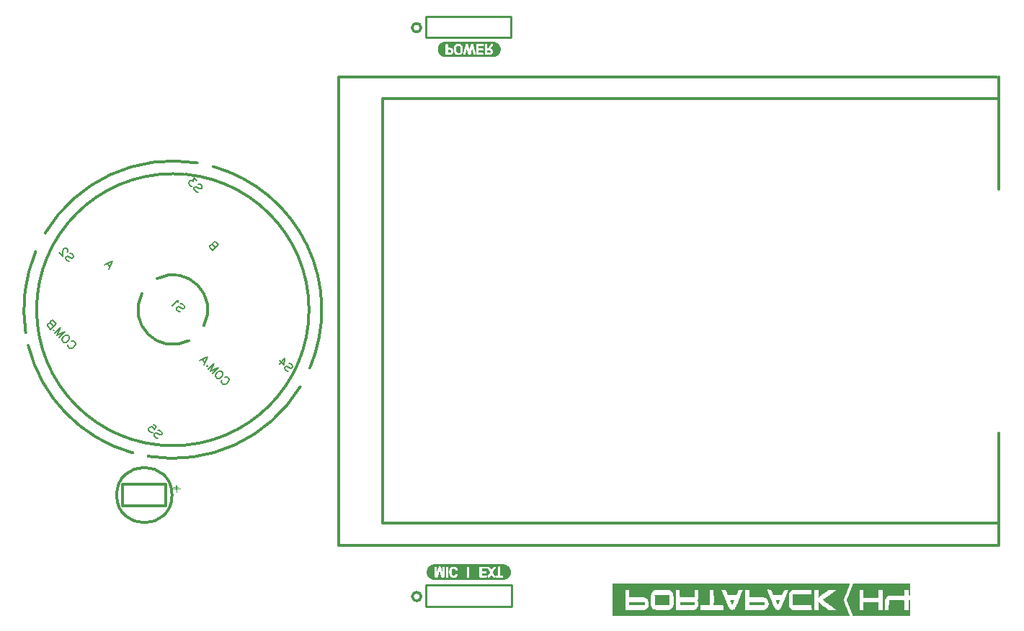
<source format=gbo>
G04 Layer: BottomSilkscreenLayer*
G04 EasyEDA v6.5.46, 2025-01-01 16:01:39*
G04 1acd7fc2553046b79c71bda98b4923fc,10*
G04 Gerber Generator version 0.2*
G04 Scale: 100 percent, Rotated: No, Reflected: No *
G04 Dimensions in millimeters *
G04 leading zeros omitted , absolute positions ,4 integer and 5 decimal *
%FSLAX45Y45*%
%MOMM*%

%ADD10C,0.1200*%
%ADD11C,0.1800*%
%ADD12C,0.3000*%
%ADD13C,0.2540*%
%ADD14C,0.3048*%
%ADD15C,0.0149*%

%LPD*%
G36*
X4839970Y761847D02*
G01*
X4833721Y761593D01*
X4827574Y760984D01*
X4821580Y759968D01*
X4815687Y758545D01*
X4809998Y756767D01*
X4804460Y754634D01*
X4799076Y752195D01*
X4793894Y749350D01*
X4788966Y746252D01*
X4784191Y742797D01*
X4779670Y739089D01*
X4775454Y735076D01*
X4771440Y730808D01*
X4767732Y726338D01*
X4764278Y721563D01*
X4761179Y716635D01*
X4758334Y711454D01*
X4755896Y706069D01*
X4753762Y700532D01*
X4751984Y694791D01*
X4750562Y688949D01*
X4749546Y682955D01*
X4748885Y676808D01*
X4748682Y670560D01*
X4748885Y664311D01*
X4749546Y658164D01*
X4750562Y652170D01*
X4751984Y646277D01*
X4753762Y640588D01*
X4755896Y635000D01*
X4758334Y629666D01*
X4759840Y626922D01*
X4839970Y626922D01*
X4839970Y720648D01*
X4840782Y727202D01*
X4843322Y731875D01*
X4847539Y734720D01*
X4853432Y735634D01*
X4858867Y734669D01*
X4862728Y731824D01*
X4865065Y727049D01*
X4865878Y720394D01*
X4865878Y665276D01*
X4866132Y660196D01*
X4884674Y722934D01*
X4885842Y726236D01*
X4887112Y728980D01*
X4888534Y731164D01*
X4890008Y732840D01*
X4891786Y734060D01*
X4893919Y734923D01*
X4896358Y735482D01*
X4899152Y735634D01*
X4901996Y735482D01*
X4904486Y734923D01*
X4906568Y734060D01*
X4908296Y732840D01*
X4909870Y731266D01*
X4911242Y729081D01*
X4912512Y726338D01*
X4930902Y665276D01*
X4932172Y660196D01*
X4932426Y665276D01*
X4932426Y720394D01*
X4933238Y727049D01*
X4935626Y731824D01*
X4939690Y734669D01*
X4945380Y735634D01*
X4951018Y734720D01*
X4955082Y731875D01*
X4957521Y727202D01*
X4958334Y720648D01*
X4958232Y623112D01*
X4957946Y619556D01*
X4973828Y619556D01*
X4973828Y720394D01*
X4974640Y727151D01*
X4977180Y732028D01*
X4981397Y734923D01*
X4987290Y735888D01*
X4990388Y735634D01*
X4993132Y734872D01*
X4995468Y733602D01*
X4997450Y731824D01*
X4998974Y729488D01*
X5000091Y726744D01*
X5000752Y723646D01*
X5001006Y720140D01*
X5001006Y671626D01*
X5012944Y671626D01*
X5013045Y680212D01*
X5013452Y687628D01*
X5014061Y693928D01*
X5014976Y699058D01*
X5016195Y703529D01*
X5017820Y707898D01*
X5019852Y712063D01*
X5022342Y716076D01*
X5025999Y720648D01*
X5030114Y724611D01*
X5034737Y728014D01*
X5039868Y730758D01*
X5045405Y732891D01*
X5051450Y734415D01*
X5058003Y735330D01*
X5065014Y735634D01*
X5072684Y735228D01*
X5079438Y734110D01*
X5248910Y734110D01*
X5248910Y618540D01*
X5367782Y618540D01*
X5367883Y725373D01*
X5368290Y728014D01*
X5369153Y729792D01*
X5370830Y731570D01*
X5372709Y732840D01*
X5374894Y733602D01*
X5377535Y734009D01*
X5444490Y734110D01*
X5450382Y733399D01*
X5454548Y731215D01*
X5457088Y727557D01*
X5457652Y724204D01*
X5459222Y724204D01*
X5459476Y726541D01*
X5460238Y728776D01*
X5461508Y730859D01*
X5463286Y732840D01*
X5465368Y734415D01*
X5467705Y735533D01*
X5470194Y736193D01*
X5472938Y736396D01*
X5476240Y735939D01*
X5479288Y734568D01*
X5482082Y732231D01*
X5484622Y729030D01*
X5506466Y693470D01*
X5508498Y691184D01*
X5510276Y693470D01*
X5532374Y729030D01*
X5534863Y732231D01*
X5537606Y734568D01*
X5540603Y735939D01*
X5543804Y736396D01*
X5546598Y736193D01*
X5549188Y735533D01*
X5551525Y734415D01*
X5553710Y732840D01*
X5555488Y730961D01*
X5556758Y728929D01*
X5557520Y726643D01*
X5557774Y724204D01*
X5557520Y722477D01*
X5556808Y720394D01*
X5553964Y715060D01*
X5525008Y669086D01*
X5524246Y666800D01*
X5524398Y665937D01*
X5551474Y623366D01*
X5552846Y619760D01*
X5553252Y621538D01*
X5553913Y623112D01*
X5554827Y624484D01*
X5555996Y625652D01*
X5557824Y626872D01*
X5560060Y627735D01*
X5562650Y628294D01*
X5583326Y628497D01*
X5584596Y628853D01*
X5585256Y629564D01*
X5585663Y630986D01*
X5585714Y723188D01*
X5585917Y726338D01*
X5586628Y729081D01*
X5587847Y731520D01*
X5589524Y733602D01*
X5591454Y735279D01*
X5593740Y736447D01*
X5596432Y737158D01*
X5599430Y737412D01*
X5602224Y737209D01*
X5604764Y736549D01*
X5607050Y735431D01*
X5609082Y733856D01*
X5610860Y731977D01*
X5612130Y729843D01*
X5612892Y727506D01*
X5613146Y724966D01*
X5613247Y630682D01*
X5613654Y629716D01*
X5614720Y629158D01*
X5616448Y628954D01*
X5634990Y628954D01*
X5640324Y628243D01*
X5644134Y626059D01*
X5646420Y622401D01*
X5647182Y617270D01*
X5646318Y612292D01*
X5643880Y608685D01*
X5639714Y606552D01*
X5633974Y605840D01*
X5567172Y605840D01*
X5561584Y606399D01*
X5557367Y608025D01*
X5554472Y610717D01*
X5552948Y614527D01*
X5551728Y611073D01*
X5549392Y608126D01*
X5547360Y606552D01*
X5545074Y605485D01*
X5542534Y604774D01*
X5539740Y604570D01*
X5536488Y604977D01*
X5533694Y606094D01*
X5531307Y608025D01*
X5529326Y610666D01*
X5510530Y640638D01*
X5508498Y643432D01*
X5506466Y640638D01*
X5487670Y610666D01*
X5485587Y608025D01*
X5483148Y606094D01*
X5480354Y604977D01*
X5477256Y604570D01*
X5474512Y604774D01*
X5472023Y605485D01*
X5469686Y606552D01*
X5467604Y608126D01*
X5465927Y610006D01*
X5464708Y612140D01*
X5463997Y614476D01*
X5463794Y617016D01*
X5463946Y618896D01*
X5465470Y623214D01*
X5466842Y625652D01*
X5491226Y663752D01*
X5492953Y666953D01*
X5492750Y667816D01*
X5491734Y669086D01*
X5461152Y718413D01*
X5460034Y720598D01*
X5459272Y723138D01*
X5459222Y724204D01*
X5457652Y724204D01*
X5457952Y722426D01*
X5457748Y719480D01*
X5457088Y717042D01*
X5456072Y715060D01*
X5454650Y713536D01*
X5452516Y712419D01*
X5449824Y711657D01*
X5446420Y711149D01*
X5442458Y710996D01*
X5397754Y710996D01*
X5396636Y710793D01*
X5395823Y710184D01*
X5395366Y709117D01*
X5395214Y707694D01*
X5395214Y683818D01*
X5395417Y682396D01*
X5396077Y681329D01*
X5397195Y680720D01*
X5398770Y680516D01*
X5437886Y680516D01*
X5443778Y679805D01*
X5447944Y677672D01*
X5450484Y674065D01*
X5451348Y669086D01*
X5450382Y663752D01*
X5447588Y659942D01*
X5442915Y657656D01*
X5436362Y656894D01*
X5397449Y656844D01*
X5396077Y656488D01*
X5395468Y655777D01*
X5395214Y654659D01*
X5395214Y631748D01*
X5395417Y630529D01*
X5396077Y629666D01*
X5397195Y629107D01*
X5398770Y628954D01*
X5441188Y628954D01*
X5444947Y628802D01*
X5448147Y628345D01*
X5450789Y627532D01*
X5452872Y626414D01*
X5454294Y624789D01*
X5455310Y622808D01*
X5455970Y620369D01*
X5456174Y617524D01*
X5455208Y612394D01*
X5452262Y608787D01*
X5447436Y606552D01*
X5440680Y605840D01*
X5378500Y605891D01*
X5373624Y606348D01*
X5371896Y607314D01*
X5370322Y608634D01*
X5369204Y610412D01*
X5368391Y612648D01*
X5367934Y615340D01*
X5367782Y618540D01*
X5248910Y618540D01*
X5248910Y606094D01*
X5223256Y606094D01*
X5223256Y734110D01*
X5079746Y734060D01*
X5086146Y732129D01*
X5091938Y729437D01*
X5097068Y725932D01*
X5101590Y721614D01*
X5105450Y716584D01*
X5108702Y710742D01*
X5110226Y707288D01*
X5111343Y704037D01*
X5112004Y700938D01*
X5112258Y698042D01*
X5112004Y695045D01*
X5111292Y692404D01*
X5110073Y690067D01*
X5108448Y688136D01*
X5106517Y686562D01*
X5104282Y685495D01*
X5101793Y684784D01*
X5099050Y684580D01*
X5095494Y684987D01*
X5092496Y686155D01*
X5090007Y688136D01*
X5088128Y690930D01*
X5085842Y696518D01*
X5082438Y703529D01*
X5077815Y708507D01*
X5072024Y711504D01*
X5065014Y712520D01*
X5062118Y712317D01*
X5059273Y711758D01*
X5056530Y710793D01*
X5051298Y707999D01*
X5049113Y706323D01*
X5047234Y704443D01*
X5045710Y702360D01*
X5044389Y699770D01*
X5043322Y697026D01*
X5041900Y691184D01*
X5040934Y683971D01*
X5040630Y674420D01*
X5040934Y662279D01*
X5041950Y652322D01*
X5043627Y644499D01*
X5045964Y638860D01*
X5047386Y636676D01*
X5049164Y634695D01*
X5051348Y632866D01*
X5053838Y631240D01*
X5056530Y630021D01*
X5059324Y629158D01*
X5062270Y628599D01*
X5065268Y628446D01*
X5070094Y628904D01*
X5074259Y630224D01*
X5077714Y632460D01*
X5080508Y635558D01*
X5084826Y641908D01*
X5087264Y645109D01*
X5090160Y647446D01*
X5093360Y648817D01*
X5097018Y649274D01*
X5099761Y649071D01*
X5102250Y648411D01*
X5104485Y647293D01*
X5106416Y645718D01*
X5107940Y643686D01*
X5109057Y641451D01*
X5109718Y639013D01*
X5109972Y636320D01*
X5109768Y633730D01*
X5109108Y631037D01*
X5108092Y628294D01*
X5106670Y625398D01*
X5104841Y622554D01*
X5102758Y619861D01*
X5100421Y617372D01*
X5097780Y614984D01*
X5091176Y610412D01*
X5083810Y607161D01*
X5075682Y605231D01*
X5066792Y604570D01*
X5059324Y604926D01*
X5052415Y605891D01*
X5046065Y607517D01*
X5040274Y609854D01*
X5035092Y612800D01*
X5030419Y616407D01*
X5026355Y620725D01*
X5022850Y625652D01*
X5020259Y630174D01*
X5018125Y634847D01*
X5016449Y639724D01*
X5015230Y644702D01*
X5014214Y650189D01*
X5013502Y656539D01*
X5013045Y663651D01*
X5012944Y671626D01*
X5001006Y671626D01*
X5001006Y618286D01*
X5000091Y611936D01*
X4997450Y607415D01*
X4992979Y604723D01*
X4986782Y603808D01*
X4981092Y604774D01*
X4977028Y607771D01*
X4974640Y612648D01*
X4973828Y619556D01*
X4957946Y619556D01*
X4957622Y617016D01*
X4957064Y614730D01*
X4956149Y612698D01*
X4954930Y610920D01*
X4953457Y609396D01*
X4948885Y606145D01*
X4945786Y604723D01*
X4942433Y603859D01*
X4938776Y603554D01*
X4934915Y603808D01*
X4931460Y604621D01*
X4928412Y605993D01*
X4925822Y607872D01*
X4923536Y610514D01*
X4921504Y613765D01*
X4919726Y617728D01*
X4918202Y622350D01*
X4900422Y684326D01*
X4899152Y688136D01*
X4898390Y684326D01*
X4880102Y622350D01*
X4878578Y617728D01*
X4876850Y613765D01*
X4874869Y610514D01*
X4872736Y607872D01*
X4870094Y605993D01*
X4867046Y604621D01*
X4863642Y603808D01*
X4859782Y603554D01*
X4855972Y603859D01*
X4852517Y604723D01*
X4849368Y606145D01*
X4844796Y609600D01*
X4843373Y611225D01*
X4842256Y613054D01*
X4840782Y617270D01*
X4840020Y623214D01*
X4839970Y626922D01*
X4759840Y626922D01*
X4764278Y619506D01*
X4767732Y614781D01*
X4771440Y610260D01*
X4775454Y605993D01*
X4779670Y602030D01*
X4784191Y598271D01*
X4788966Y594868D01*
X4793894Y591718D01*
X4799076Y588924D01*
X4804460Y586435D01*
X4809998Y584301D01*
X4815687Y582523D01*
X4821580Y581152D01*
X4827574Y580085D01*
X4833721Y579475D01*
X4839970Y579272D01*
X5647182Y579272D01*
X5653430Y579475D01*
X5659577Y580085D01*
X5665571Y581152D01*
X5671464Y582523D01*
X5677154Y584301D01*
X5682691Y586435D01*
X5688076Y588924D01*
X5693257Y591718D01*
X5698236Y594868D01*
X5702960Y598271D01*
X5707481Y602030D01*
X5711748Y605993D01*
X5715711Y610260D01*
X5719419Y614781D01*
X5722874Y619506D01*
X5726023Y624484D01*
X5728817Y629666D01*
X5731306Y635000D01*
X5733440Y640588D01*
X5735218Y646277D01*
X5736590Y652170D01*
X5737606Y658164D01*
X5738266Y664311D01*
X5738469Y670560D01*
X5738266Y676808D01*
X5737606Y682955D01*
X5736590Y688949D01*
X5735218Y694791D01*
X5733440Y700532D01*
X5731306Y706069D01*
X5728817Y711454D01*
X5726023Y716635D01*
X5722874Y721563D01*
X5719419Y726338D01*
X5715711Y730808D01*
X5711748Y735076D01*
X5707481Y739089D01*
X5702960Y742797D01*
X5698236Y746252D01*
X5693257Y749350D01*
X5688076Y752195D01*
X5682691Y754634D01*
X5677154Y756767D01*
X5671464Y758545D01*
X5665571Y759968D01*
X5659577Y760984D01*
X5653430Y761593D01*
X5647182Y761847D01*
G37*
G36*
X4969764Y6913372D02*
G01*
X4963515Y6913168D01*
X4957368Y6912559D01*
X4951374Y6911543D01*
X4945532Y6910120D01*
X4939792Y6908342D01*
X4934254Y6906209D01*
X4928870Y6903720D01*
X4923688Y6900925D01*
X4918760Y6897776D01*
X4913985Y6894372D01*
X4909515Y6890664D01*
X4905248Y6886651D01*
X4901234Y6882384D01*
X4897526Y6877862D01*
X4894072Y6873138D01*
X4890973Y6868159D01*
X4888128Y6863029D01*
X4885690Y6857644D01*
X4883556Y6852107D01*
X4881778Y6846366D01*
X4880356Y6840524D01*
X4879340Y6834479D01*
X4878730Y6828383D01*
X4878476Y6822135D01*
X4878730Y6815836D01*
X4879340Y6809740D01*
X4880356Y6803694D01*
X4881778Y6797852D01*
X4883556Y6792112D01*
X4885690Y6786575D01*
X4888128Y6781190D01*
X4890973Y6776059D01*
X4893407Y6772148D01*
X4969764Y6772148D01*
X4969764Y6873494D01*
X4970627Y6879590D01*
X4973218Y6883958D01*
X4977587Y6886600D01*
X4983734Y6887464D01*
X4989728Y6886651D01*
X4993995Y6884162D01*
X4996586Y6880047D01*
X4997450Y6874256D01*
X4997551Y6841490D01*
X4997958Y6840220D01*
X4999228Y6839813D01*
X5028184Y6839712D01*
X5035753Y6839000D01*
X5042560Y6836867D01*
X5048605Y6833260D01*
X5053838Y6828281D01*
X5058271Y6821678D01*
X5066792Y6821678D01*
X5066893Y6830466D01*
X5067300Y6838188D01*
X5067909Y6844741D01*
X5068824Y6850125D01*
X5070043Y6854850D01*
X5071770Y6859320D01*
X5074005Y6863588D01*
X5076698Y6867652D01*
X5080355Y6872325D01*
X5084521Y6876440D01*
X5089194Y6879844D01*
X5094325Y6882688D01*
X5099964Y6884873D01*
X5106111Y6886448D01*
X5112766Y6887413D01*
X5119878Y6887718D01*
X5126888Y6887362D01*
X5133492Y6886397D01*
X5139740Y6884720D01*
X5145532Y6882384D01*
X5150916Y6879539D01*
X5155692Y6876135D01*
X5159806Y6872173D01*
X5163312Y6867652D01*
X5165852Y6863384D01*
X5167985Y6859066D01*
X5169662Y6854647D01*
X5170932Y6850125D01*
X5171795Y6845046D01*
X5172456Y6838950D01*
X5172964Y6823709D01*
X5172456Y6806438D01*
X5171795Y6799478D01*
X5170932Y6793738D01*
X5169662Y6788708D01*
X5167985Y6784035D01*
X5165852Y6779666D01*
X5163312Y6775703D01*
X5159552Y6770979D01*
X5157866Y6769353D01*
X5177282Y6769353D01*
X5177536Y6772909D01*
X5201158Y6871208D01*
X5202986Y6876796D01*
X5204968Y6880859D01*
X5207406Y6883552D01*
X5208981Y6884720D01*
X5212791Y6886549D01*
X5214924Y6887209D01*
X5219700Y6887718D01*
X5222392Y6887565D01*
X5224881Y6887108D01*
X5227218Y6886397D01*
X5231231Y6884314D01*
X5232806Y6882942D01*
X5234127Y6881368D01*
X5235194Y6879590D01*
X5236565Y6876034D01*
X5237734Y6871462D01*
X5249164Y6814058D01*
X5250942Y6807708D01*
X5263642Y6871462D01*
X5265064Y6877151D01*
X5266944Y6881114D01*
X5268061Y6882536D01*
X5271109Y6884974D01*
X5274970Y6886702D01*
X5279288Y6887616D01*
X5281676Y6887718D01*
X5286908Y6887209D01*
X5291328Y6885686D01*
X5294782Y6883146D01*
X5297424Y6879590D01*
X5298541Y6877100D01*
X5300218Y6871208D01*
X5324195Y6772300D01*
X5324314Y6770116D01*
X5331714Y6770116D01*
X5331815Y6876897D01*
X5332222Y6879590D01*
X5333085Y6881368D01*
X5334762Y6883146D01*
X5336641Y6884416D01*
X5338826Y6885178D01*
X5341467Y6885533D01*
X5345430Y6885686D01*
X5408422Y6885686D01*
X5414314Y6884924D01*
X5418480Y6882739D01*
X5421020Y6879081D01*
X5421884Y6874002D01*
X5421680Y6871055D01*
X5421020Y6868566D01*
X5420004Y6866585D01*
X5418582Y6865112D01*
X5416448Y6863994D01*
X5413756Y6863181D01*
X5410352Y6862724D01*
X5406390Y6862572D01*
X5361686Y6862572D01*
X5360466Y6862368D01*
X5359552Y6861759D01*
X5359044Y6860692D01*
X5358892Y6859270D01*
X5358892Y6835394D01*
X5359095Y6833920D01*
X5359806Y6832904D01*
X5361025Y6832295D01*
X5362702Y6832092D01*
X5401818Y6832092D01*
X5407710Y6831380D01*
X5411876Y6829196D01*
X5414416Y6825640D01*
X5415280Y6820662D01*
X5414314Y6815328D01*
X5411520Y6811518D01*
X5406847Y6809231D01*
X5400294Y6808470D01*
X5361381Y6808419D01*
X5360009Y6808012D01*
X5359400Y6807352D01*
X5359146Y6806234D01*
X5359146Y6783324D01*
X5359349Y6782104D01*
X5359958Y6781241D01*
X5360974Y6780682D01*
X5362448Y6780530D01*
X5405120Y6780530D01*
X5408879Y6780377D01*
X5412079Y6779869D01*
X5414721Y6779107D01*
X5416804Y6777990D01*
X5418226Y6776364D01*
X5419242Y6774383D01*
X5419902Y6771944D01*
X5420106Y6769100D01*
X5419886Y6767931D01*
X5432298Y6767931D01*
X5432298Y6874002D01*
X5433161Y6880199D01*
X5435752Y6884670D01*
X5440121Y6887311D01*
X5446268Y6888225D01*
X5452008Y6887362D01*
X5456174Y6884822D01*
X5458612Y6880656D01*
X5459476Y6874764D01*
X5459476Y6839712D01*
X5459679Y6838137D01*
X5460288Y6837019D01*
X5461304Y6836359D01*
X5462778Y6836156D01*
X5475122Y6836257D01*
X5476240Y6836664D01*
X5477002Y6837476D01*
X5498846Y6880098D01*
X5501081Y6883653D01*
X5503824Y6886194D01*
X5507075Y6887718D01*
X5510784Y6888225D01*
X5513578Y6887972D01*
X5516168Y6887260D01*
X5518556Y6886092D01*
X5520690Y6884416D01*
X5522468Y6882434D01*
X5523738Y6880352D01*
X5524500Y6878116D01*
X5524754Y6875780D01*
X5524601Y6874052D01*
X5523433Y6870395D01*
X5503418Y6832600D01*
X5503164Y6831838D01*
X5503926Y6830822D01*
X5505958Y6830314D01*
X5510276Y6827875D01*
X5514136Y6824929D01*
X5517540Y6821373D01*
X5520436Y6817359D01*
X5522772Y6812838D01*
X5524398Y6808012D01*
X5525414Y6802831D01*
X5525770Y6797294D01*
X5524957Y6787896D01*
X5522569Y6779514D01*
X5518607Y6772148D01*
X5513070Y6765798D01*
X5510377Y6763562D01*
X5507736Y6761734D01*
X5505043Y6760260D01*
X5502402Y6759194D01*
X5499506Y6758381D01*
X5496102Y6757822D01*
X5487924Y6757416D01*
X5441950Y6757517D01*
X5438902Y6757924D01*
X5436768Y6758838D01*
X5435092Y6760209D01*
X5433618Y6761835D01*
X5432806Y6763766D01*
X5432298Y6767931D01*
X5419886Y6767931D01*
X5419140Y6763969D01*
X5416194Y6760311D01*
X5411368Y6758127D01*
X5404612Y6757416D01*
X5340248Y6757517D01*
X5337556Y6757924D01*
X5335778Y6758838D01*
X5334000Y6760209D01*
X5332984Y6761937D01*
X5332272Y6764172D01*
X5331866Y6766915D01*
X5331714Y6770116D01*
X5324314Y6770116D01*
X5324094Y6766661D01*
X5323382Y6764172D01*
X5322214Y6761937D01*
X5320538Y6759956D01*
X5318404Y6758279D01*
X5316016Y6757111D01*
X5313426Y6756349D01*
X5310632Y6756146D01*
X5305552Y6756857D01*
X5301589Y6758990D01*
X5298694Y6762546D01*
X5296916Y6767575D01*
X5283708Y6833362D01*
X5282438Y6842759D01*
X5281168Y6833362D01*
X5268976Y6771640D01*
X5266690Y6764629D01*
X5262930Y6759651D01*
X5257698Y6756603D01*
X5250942Y6755638D01*
X5244084Y6756603D01*
X5238750Y6759651D01*
X5234940Y6764629D01*
X5232654Y6771640D01*
X5220462Y6833362D01*
X5219192Y6842759D01*
X5217922Y6833362D01*
X5204460Y6767575D01*
X5202834Y6762546D01*
X5200040Y6758990D01*
X5196128Y6756857D01*
X5190998Y6756146D01*
X5188102Y6756349D01*
X5185460Y6757111D01*
X5183124Y6758279D01*
X5181092Y6759956D01*
X5179415Y6761886D01*
X5178196Y6764070D01*
X5177485Y6766559D01*
X5177282Y6769353D01*
X5157866Y6769353D01*
X5155336Y6766915D01*
X5150662Y6763461D01*
X5145430Y6760616D01*
X5139791Y6758431D01*
X5133644Y6756857D01*
X5126990Y6755942D01*
X5119878Y6755638D01*
X5112664Y6755942D01*
X5106009Y6756857D01*
X5099862Y6758431D01*
X5094224Y6760616D01*
X5089042Y6763461D01*
X5084419Y6766915D01*
X5080304Y6770979D01*
X5076698Y6775703D01*
X5073904Y6780174D01*
X5071618Y6784644D01*
X5069840Y6789166D01*
X5068570Y6793738D01*
X5067757Y6799021D01*
X5067198Y6805422D01*
X5066792Y6821678D01*
X5058271Y6821678D01*
X5061051Y6815175D01*
X5062880Y6807200D01*
X5063490Y6798309D01*
X5062626Y6788048D01*
X5060188Y6779209D01*
X5056022Y6771690D01*
X5050282Y6765544D01*
X5047691Y6763410D01*
X5045049Y6761683D01*
X5042357Y6760260D01*
X5039614Y6759194D01*
X5036616Y6758381D01*
X5033162Y6757822D01*
X5025136Y6757416D01*
X4981600Y6757517D01*
X4977892Y6757924D01*
X4975250Y6758838D01*
X4973066Y6760209D01*
X4971389Y6762089D01*
X4970526Y6764274D01*
X4969916Y6767220D01*
X4969764Y6772148D01*
X4893407Y6772148D01*
X4897526Y6766356D01*
X4901234Y6761835D01*
X4905248Y6757568D01*
X4909515Y6753555D01*
X4913985Y6749846D01*
X4918760Y6746443D01*
X4923688Y6743293D01*
X4928870Y6740499D01*
X4934254Y6738010D01*
X4939792Y6735876D01*
X4945532Y6734098D01*
X4951374Y6732676D01*
X4957368Y6731660D01*
X4963515Y6731050D01*
X4969764Y6730847D01*
X5525770Y6730847D01*
X5532018Y6731050D01*
X5538165Y6731660D01*
X5544159Y6732676D01*
X5550001Y6734098D01*
X5555742Y6735876D01*
X5561279Y6738010D01*
X5566664Y6740499D01*
X5571845Y6743293D01*
X5576773Y6746443D01*
X5581548Y6749846D01*
X5586018Y6753555D01*
X5590286Y6757568D01*
X5594299Y6761835D01*
X5598007Y6766356D01*
X5601462Y6771081D01*
X5604560Y6776059D01*
X5607354Y6781190D01*
X5609844Y6786575D01*
X5611977Y6792112D01*
X5613755Y6797852D01*
X5615178Y6803694D01*
X5616194Y6809740D01*
X5616803Y6815836D01*
X5617006Y6822135D01*
X5616803Y6828383D01*
X5616194Y6834479D01*
X5615178Y6840524D01*
X5613755Y6846366D01*
X5611977Y6852107D01*
X5609844Y6857644D01*
X5607354Y6863029D01*
X5604560Y6868159D01*
X5601462Y6873138D01*
X5598007Y6877862D01*
X5594299Y6882384D01*
X5590286Y6886651D01*
X5586018Y6890664D01*
X5581548Y6894372D01*
X5576773Y6897776D01*
X5571845Y6900925D01*
X5566664Y6903720D01*
X5561279Y6906209D01*
X5555742Y6908342D01*
X5550001Y6910120D01*
X5544159Y6911543D01*
X5538165Y6912559D01*
X5532018Y6913168D01*
X5525770Y6913372D01*
G37*
G36*
X5119878Y6864096D02*
G01*
X5112816Y6863334D01*
X5106822Y6861098D01*
X5101996Y6857390D01*
X5098288Y6852158D01*
X5096256Y6847027D01*
X5095595Y6844588D01*
X5094884Y6839153D01*
X5094528Y6828840D01*
X5094528Y6814972D01*
X5094884Y6805117D01*
X5095697Y6799072D01*
X5097221Y6793738D01*
X5098288Y6791198D01*
X5099862Y6788658D01*
X5101844Y6786372D01*
X5104180Y6784340D01*
X5106924Y6782562D01*
X5109921Y6781088D01*
X5113070Y6780072D01*
X5116372Y6779463D01*
X5119878Y6779259D01*
X5126939Y6779971D01*
X5132882Y6782257D01*
X5137708Y6785965D01*
X5141468Y6791198D01*
X5143652Y6796328D01*
X5144363Y6798767D01*
X5144770Y6801103D01*
X5145125Y6808673D01*
X5145278Y6821678D01*
X5145074Y6833920D01*
X5144516Y6841744D01*
X5143296Y6847078D01*
X5141214Y6852412D01*
X5139639Y6855053D01*
X5137708Y6857339D01*
X5135422Y6859371D01*
X5132832Y6861048D01*
X5129936Y6862368D01*
X5126786Y6863334D01*
X5123434Y6863892D01*
G37*
G36*
X5000752Y6816598D02*
G01*
X4997958Y6816090D01*
X4997551Y6815581D01*
X4997450Y6784340D01*
X4997602Y6782562D01*
X4998212Y6781292D01*
X4999278Y6780682D01*
X5001006Y6780530D01*
X5018278Y6780530D01*
X5022646Y6780784D01*
X5026304Y6781596D01*
X5029352Y6782968D01*
X5031740Y6784848D01*
X5033619Y6787235D01*
X5034940Y6790283D01*
X5035753Y6794093D01*
X5036058Y6798564D01*
X5034991Y6806438D01*
X5031790Y6812076D01*
X5026456Y6815480D01*
X5019040Y6816598D01*
G37*
G36*
X5462524Y6812534D02*
G01*
X5460644Y6812381D01*
X5459730Y6812025D01*
X5459526Y6811365D01*
X5459476Y6785102D01*
X5459679Y6783070D01*
X5460288Y6781647D01*
X5461304Y6780784D01*
X5462778Y6780530D01*
X5479796Y6780530D01*
X5487670Y6781546D01*
X5493308Y6784644D01*
X5496712Y6789826D01*
X5497830Y6797040D01*
X5496661Y6803796D01*
X5493258Y6808673D01*
X5487517Y6811568D01*
X5479542Y6812534D01*
G37*
G36*
X6933844Y533806D02*
G01*
X6930186Y531418D01*
X6929475Y527710D01*
X6929554Y455676D01*
X7080097Y455676D01*
X7081570Y462584D01*
X7098436Y462584D01*
X7127798Y465175D01*
X7128764Y463905D01*
X7128764Y377748D01*
X7132066Y373837D01*
X7300823Y372922D01*
X7311390Y368655D01*
X7321854Y366623D01*
X7325055Y362356D01*
X7331354Y360070D01*
X7333386Y355498D01*
X7337044Y354533D01*
X7339431Y349351D01*
X7342581Y347522D01*
X7344409Y341934D01*
X7347051Y340156D01*
X7348423Y333603D01*
X7352588Y327660D01*
X7355382Y312978D01*
X7355382Y308203D01*
X7357465Y294894D01*
X7355579Y288899D01*
X7381494Y288899D01*
X7381900Y398119D01*
X7385405Y407060D01*
X7385405Y411124D01*
X7392416Y429310D01*
X7397191Y436067D01*
X7404557Y445566D01*
X7405878Y445566D01*
X7407706Y451104D01*
X7414818Y452983D01*
X7418933Y457403D01*
X7424013Y459638D01*
X7595768Y459943D01*
X7602169Y458673D01*
X7608366Y458520D01*
X7612634Y452628D01*
X7619085Y451815D01*
X7621574Y447395D01*
X7627975Y443890D01*
X7629906Y439166D01*
X7632496Y438150D01*
X7634376Y433527D01*
X7638186Y430072D01*
X7640421Y420928D01*
X7643875Y418439D01*
X7645298Y411276D01*
X7646517Y393293D01*
X7648041Y383540D01*
X7647431Y289560D01*
X7643825Y274167D01*
X7640828Y270357D01*
X7639253Y261366D01*
X7637475Y259588D01*
X7634731Y256184D01*
X7628940Y247243D01*
X7618679Y235051D01*
X7613040Y233832D01*
X7610242Y230073D01*
X7677099Y230073D01*
X7677810Y458114D01*
X7678572Y463296D01*
X7720380Y462584D01*
X7722412Y456488D01*
X7723124Y453237D01*
X7722971Y396494D01*
X7723378Y390042D01*
X7722362Y378510D01*
X7728559Y371754D01*
X7880502Y371957D01*
X7893303Y372364D01*
X7895539Y373634D01*
X7897418Y378206D01*
X7897418Y458266D01*
X7898739Y462991D01*
X7934756Y463143D01*
X7939176Y462178D01*
X7941411Y457301D01*
X7941919Y382727D01*
X7940294Y363270D01*
X7939328Y360070D01*
X7936382Y355447D01*
X7936382Y353212D01*
X7931353Y347065D01*
X7930184Y340410D01*
X7931708Y335737D01*
X7934401Y332689D01*
X7935671Y327660D01*
X7937042Y320802D01*
X7940497Y315569D01*
X7940497Y286054D01*
X7937753Y282244D01*
X7937454Y280619D01*
X7964576Y280619D01*
X7965897Y282651D01*
X8073034Y282651D01*
X8075980Y286359D01*
X8076844Y457301D01*
X8077606Y461721D01*
X8081619Y462534D01*
X8118957Y462991D01*
X8120991Y456133D01*
X8213445Y456133D01*
X8213445Y459232D01*
X8214664Y463194D01*
X8220151Y464210D01*
X8229904Y461822D01*
X8236153Y462737D01*
X8241080Y461009D01*
X8245703Y463499D01*
X8260994Y461518D01*
X8266582Y454863D01*
X8270138Y444906D01*
X8271560Y443788D01*
X8277859Y427329D01*
X8278723Y421335D01*
X8283041Y412800D01*
X8284464Y407060D01*
X8287562Y401777D01*
X8291017Y399542D01*
X8385708Y399745D01*
X8388400Y402844D01*
X8388400Y404876D01*
X8392718Y411429D01*
X8393531Y418693D01*
X8396681Y421233D01*
X8398814Y426516D01*
X8402320Y432155D01*
X8403640Y438505D01*
X8406028Y441909D01*
X8408974Y450799D01*
X8413242Y456844D01*
X8414054Y461009D01*
X8417458Y463245D01*
X8437219Y463194D01*
X8461146Y464108D01*
X8461298Y462991D01*
X8461044Y456539D01*
X8489950Y456488D01*
X8490915Y462991D01*
X8494674Y462432D01*
X8510016Y461924D01*
X8518296Y463296D01*
X8537600Y464413D01*
X8538464Y458978D01*
X8538461Y457301D01*
X8750401Y457301D01*
X8750401Y463194D01*
X8752382Y464159D01*
X8758428Y464159D01*
X8773160Y461873D01*
X8791549Y462686D01*
X8797848Y459536D01*
X8800795Y452882D01*
X8803386Y449580D01*
X8803386Y447598D01*
X8804706Y441451D01*
X8808262Y436219D01*
X8809939Y430784D01*
X8814054Y424535D01*
X8814968Y416864D01*
X8819184Y411937D01*
X8820048Y405180D01*
X8822842Y401878D01*
X8827566Y399389D01*
X8921140Y399288D01*
X8924645Y404571D01*
X8924645Y405688D01*
X8929166Y414324D01*
X8929166Y417068D01*
X8932265Y421792D01*
X8934958Y430530D01*
X8937955Y434593D01*
X8940596Y442366D01*
X8944305Y447090D01*
X8945016Y451815D01*
X8946743Y454050D01*
X8951010Y461670D01*
X8956294Y462838D01*
X8978595Y463245D01*
X8996730Y464159D01*
X8997594Y462483D01*
X8993073Y450799D01*
X8992209Y445160D01*
X8988653Y440943D01*
X8986621Y432054D01*
X8984081Y429158D01*
X8981897Y421640D01*
X8978950Y417068D01*
X8977477Y409701D01*
X8973870Y405028D01*
X8971889Y396494D01*
X8968282Y390042D01*
X8966758Y384149D01*
X8964269Y381304D01*
X8961628Y372211D01*
X8959189Y368960D01*
X8957259Y362915D01*
X8957259Y359664D01*
X8952941Y353568D01*
X8946235Y336550D01*
X8943340Y332486D01*
X8941257Y323291D01*
X8938158Y318617D01*
X8937244Y313842D01*
X8935364Y309016D01*
X8932926Y305612D01*
X8931707Y299923D01*
X9003842Y299923D01*
X9003893Y398119D01*
X9005112Y404876D01*
X9006281Y418338D01*
X9009481Y421640D01*
X9012682Y430834D01*
X9015222Y432562D01*
X9016796Y437997D01*
X9020454Y439724D01*
X9021826Y444754D01*
X9023299Y444754D01*
X9028074Y446430D01*
X9029954Y451002D01*
X9034780Y453796D01*
X9037421Y457708D01*
X9050782Y459384D01*
X9064802Y462483D01*
X9267748Y462991D01*
X9271762Y457708D01*
X9271355Y410667D01*
X9267393Y407619D01*
X9052814Y407466D01*
X9050985Y405536D01*
X9049207Y401116D01*
X9049105Y286461D01*
X9051645Y283210D01*
X9057792Y281584D01*
X9261449Y281178D01*
X9268053Y280111D01*
X9272524Y274980D01*
X9271203Y251460D01*
X9272644Y230733D01*
X9301327Y230733D01*
X9301429Y457301D01*
X9303105Y462991D01*
X9305493Y462432D01*
X9333585Y462940D01*
X9340596Y462788D01*
X9345726Y462432D01*
X9349536Y462991D01*
X9350400Y454863D01*
X9350552Y373837D01*
X9353397Y363372D01*
X9354921Y362762D01*
X9359442Y374142D01*
X9361119Y375462D01*
X9363964Y380644D01*
X9366504Y381660D01*
X9368332Y386181D01*
X9373260Y388670D01*
X9375038Y391414D01*
X9381693Y395173D01*
X9383826Y399288D01*
X9388195Y401116D01*
X9389973Y405485D01*
X9397441Y408432D01*
X9400641Y412140D01*
X9407956Y414782D01*
X9410039Y418795D01*
X9411462Y418795D01*
X9416288Y420522D01*
X9420707Y426110D01*
X9422587Y426110D01*
X9428327Y432409D01*
X9433204Y434390D01*
X9435744Y437286D01*
X9442754Y440943D01*
X9446818Y444754D01*
X9448139Y444754D01*
X9454946Y447954D01*
X9462566Y457403D01*
X9468307Y460298D01*
X9472117Y462483D01*
X9520021Y462889D01*
X9529572Y462483D01*
X9560204Y462991D01*
X9556800Y461467D01*
X9556394Y456539D01*
X9550755Y453898D01*
X9548520Y450342D01*
X9539986Y446430D01*
X9538208Y443280D01*
X9532772Y442112D01*
X9528200Y435813D01*
X9525508Y435813D01*
X9522104Y434187D01*
X9518548Y429361D01*
X9515957Y429361D01*
X9510166Y423011D01*
X9505340Y421030D01*
X9502597Y417880D01*
X9494977Y413308D01*
X9494113Y411581D01*
X9486950Y408686D01*
X9484360Y404266D01*
X9478213Y401675D01*
X9476841Y398424D01*
X9469577Y394004D01*
X9466376Y391414D01*
X9461855Y389636D01*
X9457893Y384251D01*
X9451086Y382270D01*
X9446615Y377799D01*
X9442399Y375615D01*
X9440875Y372872D01*
X9434474Y368300D01*
X9431934Y365556D01*
X9423958Y361899D01*
X9422333Y359410D01*
X9416897Y356463D01*
X9416084Y353822D01*
X9407702Y348996D01*
X9406737Y347065D01*
X9406686Y338785D01*
X9408414Y336956D01*
X9414002Y334467D01*
X9417253Y330606D01*
X9422993Y327761D01*
X9425736Y324104D01*
X9432696Y321513D01*
X9435592Y317550D01*
X9441484Y314756D01*
X9444685Y310438D01*
X9449155Y308356D01*
X9453016Y303784D01*
X9457436Y301904D01*
X9460026Y299008D01*
X9468662Y295503D01*
X9469932Y292404D01*
X9479584Y284175D01*
X9483242Y282549D01*
X9485172Y278739D01*
X9492538Y276707D01*
X9497009Y271678D01*
X9502597Y269392D01*
X9504476Y265734D01*
X9510877Y263042D01*
X9514890Y258622D01*
X9519056Y256794D01*
X9523831Y251967D01*
X9529114Y250240D01*
X9530791Y247700D01*
X9538157Y242976D01*
X9539478Y239826D01*
X9545777Y237185D01*
X9549993Y232511D01*
X9555378Y230784D01*
X9555988Y229463D01*
X9554464Y225501D01*
X9544304Y224180D01*
X9535972Y224332D01*
X9507880Y223926D01*
X9473438Y224078D01*
X9464446Y229362D01*
X9460992Y233070D01*
X9454896Y235966D01*
X9450882Y240334D01*
X9445955Y242316D01*
X9442754Y245922D01*
X9436354Y248818D01*
X9433814Y252475D01*
X9428734Y255727D01*
X9426346Y259079D01*
X9419793Y261823D01*
X9415576Y266496D01*
X9409836Y268427D01*
X9408007Y272034D01*
X9402114Y275336D01*
X9398304Y279400D01*
X9394901Y280466D01*
X9390989Y285750D01*
X9385300Y287883D01*
X9381337Y293217D01*
X9379458Y293217D01*
X9374835Y298856D01*
X9369145Y300786D01*
X9367774Y304596D01*
X9363303Y307949D01*
X9363303Y310286D01*
X9358782Y313639D01*
X9358020Y317906D01*
X9355531Y323189D01*
X9353194Y323189D01*
X9351264Y319379D01*
X9350298Y313029D01*
X9350197Y227634D01*
X9348825Y225907D01*
X9334855Y224180D01*
X9309354Y224028D01*
X9303156Y225247D01*
X9301327Y230733D01*
X9272644Y230733D01*
X9271355Y227736D01*
X9267596Y223723D01*
X9156090Y223418D01*
X9146540Y226314D01*
X9052052Y226567D01*
X9038132Y229463D01*
X9036100Y232562D01*
X9031020Y235864D01*
X9026499Y240334D01*
X9021826Y242214D01*
X9021013Y246481D01*
X9016847Y251460D01*
X9011564Y259689D01*
X9008872Y268732D01*
X9006179Y273151D01*
X9005163Y291185D01*
X9003842Y299923D01*
X8931707Y299923D01*
X8930843Y296011D01*
X8927998Y291998D01*
X8925407Y284327D01*
X8922308Y278993D01*
X8920886Y273608D01*
X8917635Y268782D01*
X8916924Y264414D01*
X8915603Y260045D01*
X8913469Y259181D01*
X8907780Y248513D01*
X8905036Y242824D01*
X8901226Y239877D01*
X8900414Y235915D01*
X8895232Y233934D01*
X8890457Y228498D01*
X8879687Y226771D01*
X8869375Y223723D01*
X8865870Y227533D01*
X8860383Y227533D01*
X8853322Y229362D01*
X8851696Y233171D01*
X8846108Y235864D01*
X8841333Y244144D01*
X8832088Y256082D01*
X8832088Y258521D01*
X8827973Y263398D01*
X8826296Y271678D01*
X8823198Y275844D01*
X8821064Y283870D01*
X8817559Y288747D01*
X8815374Y297434D01*
X8812631Y300888D01*
X8811006Y309016D01*
X8807196Y313182D01*
X8805214Y322732D01*
X8802979Y326034D01*
X8798814Y336956D01*
X8797798Y336956D01*
X8796426Y341426D01*
X8795562Y346862D01*
X8791397Y352755D01*
X8790533Y358851D01*
X8786723Y364388D01*
X8784742Y372821D01*
X8781643Y376478D01*
X8779713Y384708D01*
X8776716Y389229D01*
X8774531Y397764D01*
X8772194Y399338D01*
X8770264Y406247D01*
X8769553Y410565D01*
X8766302Y415442D01*
X8764371Y423570D01*
X8761425Y428142D01*
X8758885Y435406D01*
X8756751Y437642D01*
X8754160Y448360D01*
X8751620Y451764D01*
X8750401Y457301D01*
X8538461Y457301D01*
X8538362Y378307D01*
X8539581Y375361D01*
X8542578Y373430D01*
X8711742Y373024D01*
X8716873Y369976D01*
X8730894Y366826D01*
X8734145Y362864D01*
X8735110Y362864D01*
X8741410Y359460D01*
X8742172Y356311D01*
X8747709Y353263D01*
X8748572Y349910D01*
X8752281Y347472D01*
X8754872Y341020D01*
X8756142Y341020D01*
X8759393Y331673D01*
X8762339Y327660D01*
X8763609Y319532D01*
X8767114Y304952D01*
X8767318Y291998D01*
X8764981Y286613D01*
X8763203Y273710D01*
X8761272Y269290D01*
X8757310Y258775D01*
X8752789Y252831D01*
X8751316Y249224D01*
X8745575Y246837D01*
X8737092Y235559D01*
X8729624Y233121D01*
X8726424Y229362D01*
X8715044Y227482D01*
X8710625Y225145D01*
X8495436Y225145D01*
X8491118Y227075D01*
X8490610Y230378D01*
X8489950Y456488D01*
X8461005Y456488D01*
X8458301Y452983D01*
X8455914Y444347D01*
X8453069Y440283D01*
X8450783Y432155D01*
X8447786Y428091D01*
X8445195Y418490D01*
X8442756Y415645D01*
X8440724Y406654D01*
X8438388Y403809D01*
X8431936Y386791D01*
X8430260Y381101D01*
X8426754Y375462D01*
X8425078Y367030D01*
X8421674Y363067D01*
X8420303Y356717D01*
X8417102Y352856D01*
X8415274Y345084D01*
X8411921Y339445D01*
X8410092Y331673D01*
X8406130Y324713D01*
X8404910Y319176D01*
X8403031Y316738D01*
X8401151Y311099D01*
X8401202Y308203D01*
X8396020Y302514D01*
X8395258Y294182D01*
X8391042Y289153D01*
X8390128Y282295D01*
X8386622Y278180D01*
X8383727Y270916D01*
X8380780Y266395D01*
X8379612Y261162D01*
X8374989Y252526D01*
X8374989Y249478D01*
X8371027Y246888D01*
X8369553Y242468D01*
X8364474Y234797D01*
X8359597Y233171D01*
X8358428Y229311D01*
X8351672Y227736D01*
X8340750Y225907D01*
X8333181Y226060D01*
X8317230Y229412D01*
X8314893Y233171D01*
X8311540Y235254D01*
X8309559Y239775D01*
X8306358Y241757D01*
X8304174Y247700D01*
X8301888Y248615D01*
X8299450Y253898D01*
X8295081Y264718D01*
X8291931Y267360D01*
X8288731Y276555D01*
X8286343Y279806D01*
X8283600Y289153D01*
X8281212Y290779D01*
X8278723Y299262D01*
X8274100Y307949D01*
X8274100Y309981D01*
X8271509Y314198D01*
X8269071Y323088D01*
X8265922Y330047D01*
X8263890Y338785D01*
X8260943Y343865D01*
X8258759Y351282D01*
X8255609Y356666D01*
X8253628Y364388D01*
X8250783Y366725D01*
X8248548Y375615D01*
X8246008Y378510D01*
X8243011Y386943D01*
X8240268Y390144D01*
X8238185Y398932D01*
X8234629Y404164D01*
X8233714Y411581D01*
X8229600Y417880D01*
X8228787Y424434D01*
X8224977Y429869D01*
X8223605Y437845D01*
X8219389Y442772D01*
X8218474Y449986D01*
X8213445Y456133D01*
X8120991Y456133D01*
X8121650Y323596D01*
X8120329Y287121D01*
X8123123Y284378D01*
X8128558Y282651D01*
X8161426Y281838D01*
X8167827Y280619D01*
X8230819Y281432D01*
X8233460Y274980D01*
X8233257Y239318D01*
X8232444Y228752D01*
X8230717Y224434D01*
X8223351Y223113D01*
X8126323Y223520D01*
X7970113Y222554D01*
X7967319Y223418D01*
X7964881Y228701D01*
X7964576Y280619D01*
X7937454Y280619D01*
X7935061Y267868D01*
X7931099Y262128D01*
X7929219Y256438D01*
X7926273Y253492D01*
X7925460Y248767D01*
X7921650Y246786D01*
X7919770Y242163D01*
X7915909Y239623D01*
X7914690Y235610D01*
X7911134Y233984D01*
X7907934Y232054D01*
X7904327Y228346D01*
X7900314Y228346D01*
X7884972Y225094D01*
X7679080Y225196D01*
X7677099Y230073D01*
X7610242Y230073D01*
X7609789Y229463D01*
X7607046Y227533D01*
X7598105Y227533D01*
X7588758Y225298D01*
X7445654Y225044D01*
X7428230Y227634D01*
X7423454Y230174D01*
X7422083Y232511D01*
X7413345Y235000D01*
X7408570Y240538D01*
X7404252Y242824D01*
X7401306Y247142D01*
X7397597Y248767D01*
X7396327Y253339D01*
X7393127Y256032D01*
X7390333Y263347D01*
X7387488Y267665D01*
X7382764Y282244D01*
X7381494Y288899D01*
X7355579Y288899D01*
X7355281Y287934D01*
X7353553Y273659D01*
X7350963Y268478D01*
X7347254Y258775D01*
X7338212Y246989D01*
X7336993Y246989D01*
X7327138Y235051D01*
X7322261Y234188D01*
X7314336Y229209D01*
X7302906Y226669D01*
X7296556Y222453D01*
X7288022Y223774D01*
X7281672Y223215D01*
X7082840Y223113D01*
X7081164Y225196D01*
X7080097Y455676D01*
X6929554Y455676D01*
X6929881Y156921D01*
X6932879Y153822D01*
X9715042Y154228D01*
X9718395Y158496D01*
X9716465Y162306D01*
X9714382Y172872D01*
X9711283Y176123D01*
X9708692Y186791D01*
X9706152Y189687D01*
X9704171Y198374D01*
X9700361Y203301D01*
X9700361Y206095D01*
X9699040Y212242D01*
X9696500Y215442D01*
X9693808Y224739D01*
X9690303Y229158D01*
X9689541Y235508D01*
X9685172Y242112D01*
X9684308Y250240D01*
X9680448Y254050D01*
X9678720Y262534D01*
X9674860Y268122D01*
X9674860Y271373D01*
X9673082Y276707D01*
X9669830Y280822D01*
X9668916Y288594D01*
X9664903Y294386D01*
X9663277Y302514D01*
X9659721Y306628D01*
X9658858Y314807D01*
X9654387Y319786D01*
X9654387Y323240D01*
X9652508Y328980D01*
X9649866Y331673D01*
X9648698Y338175D01*
X9648647Y346252D01*
X9650069Y352755D01*
X9653219Y357022D01*
X9655149Y366522D01*
X9658299Y370789D01*
X9660280Y380288D01*
X9663226Y384352D01*
X9666376Y393496D01*
X9667646Y394462D01*
X9670592Y404622D01*
X9674098Y409803D01*
X9675723Y418896D01*
X9677857Y420370D01*
X9679228Y424891D01*
X9680702Y432155D01*
X9683597Y435813D01*
X9685782Y445566D01*
X9688068Y448360D01*
X9695891Y468528D01*
X9695891Y471424D01*
X9699701Y476859D01*
X9701072Y484784D01*
X9704882Y488899D01*
X9705949Y497535D01*
X9709861Y502056D01*
X9710775Y508355D01*
X9711893Y511149D01*
X9715042Y515467D01*
X9716312Y521309D01*
X9716312Y529691D01*
X9712960Y533095D01*
X6934504Y532993D01*
G37*
G36*
X9758375Y533044D02*
G01*
X9755581Y531164D01*
X9754108Y528624D01*
X9753244Y521004D01*
X9750298Y518515D01*
X9748164Y509168D01*
X9745827Y505917D01*
X9742932Y497027D01*
X9740138Y492658D01*
X9737852Y482041D01*
X9735007Y479653D01*
X9732924Y471982D01*
X9732924Y469696D01*
X9729927Y466699D01*
X9728250Y459130D01*
X9725355Y454710D01*
X9722561Y445160D01*
X9719513Y440943D01*
X9717430Y431342D01*
X9714484Y427329D01*
X9712299Y417220D01*
X9709404Y414782D01*
X9707270Y405434D01*
X9704832Y402082D01*
X9701682Y391820D01*
X9699802Y389178D01*
X9696958Y379476D01*
X9692843Y373634D01*
X9691979Y365404D01*
X9689084Y363016D01*
X9686798Y352755D01*
X9683140Y347421D01*
X9683140Y339293D01*
X9685070Y334518D01*
X9686239Y334518D01*
X9688525Y325475D01*
X9692081Y321056D01*
X9693351Y312267D01*
X9697008Y307390D01*
X9697872Y302514D01*
X9699244Y298145D01*
X9702190Y295656D01*
X9703816Y286410D01*
X9707219Y281432D01*
X9709302Y273405D01*
X9712350Y269290D01*
X9714534Y259588D01*
X9717481Y255524D01*
X9719513Y246481D01*
X9722053Y243586D01*
X9724186Y236067D01*
X9725983Y231190D01*
X9833051Y231190D01*
X9833610Y459740D01*
X9834575Y463346D01*
X9860330Y462534D01*
X9875316Y461772D01*
X9880244Y458571D01*
X9881057Y455930D01*
X9881057Y375818D01*
X9882784Y370586D01*
X9885832Y368503D01*
X10049916Y368960D01*
X10054996Y372211D01*
X10057434Y377545D01*
X10057739Y462381D01*
X10058603Y464159D01*
X10061397Y463804D01*
X10100208Y462991D01*
X10102697Y458724D01*
X10102900Y229565D01*
X10100462Y224383D01*
X10065258Y223926D01*
X10059212Y226009D01*
X10057790Y229311D01*
X10057587Y309321D01*
X10055301Y312216D01*
X9879888Y312216D01*
X9877298Y309219D01*
X9876891Y229565D01*
X9875316Y226060D01*
X9870694Y224129D01*
X9850069Y224485D01*
X9834524Y225145D01*
X9833051Y231190D01*
X9725983Y231190D01*
X9729927Y220675D01*
X9732772Y216611D01*
X9733635Y210413D01*
X9735007Y206654D01*
X9737801Y205028D01*
X9739376Y196189D01*
X9743033Y191770D01*
X9745167Y181762D01*
X9748113Y177698D01*
X9750196Y168402D01*
X9753041Y165100D01*
X9755581Y155854D01*
X9760051Y153924D01*
X10429494Y153822D01*
X10429494Y338582D01*
X10411917Y338378D01*
X10409682Y337667D01*
X10407751Y332994D01*
X10407751Y229565D01*
X10406430Y223570D01*
X10401046Y222605D01*
X10362488Y223113D01*
X10360202Y226009D01*
X10359542Y335737D01*
X10355529Y338531D01*
X10186568Y338480D01*
X10181590Y337362D01*
X10178897Y332790D01*
X10178237Y228752D01*
X10176713Y225298D01*
X10170972Y224231D01*
X10150144Y224485D01*
X10136327Y224180D01*
X10130383Y227939D01*
X10130383Y321970D01*
X10133177Y331673D01*
X10135260Y347878D01*
X10137597Y351129D01*
X10140238Y357581D01*
X10140238Y359664D01*
X10143540Y361594D01*
X10146030Y367741D01*
X10147858Y367741D01*
X10157460Y379882D01*
X10158526Y379882D01*
X10161371Y386283D01*
X10165486Y388010D01*
X10172192Y389585D01*
X10175798Y392938D01*
X10196118Y394411D01*
X10356748Y395173D01*
X10359745Y397662D01*
X10362488Y403352D01*
X10362742Y457301D01*
X10365232Y463346D01*
X10374884Y462991D01*
X10407142Y464413D01*
X10407345Y463804D01*
X10408107Y401015D01*
X10411612Y396494D01*
X10429494Y395986D01*
X10429494Y533044D01*
G37*
G36*
X7431938Y404215D02*
G01*
X7428484Y401929D01*
X7426147Y398678D01*
X7427010Y395224D01*
X7427214Y287426D01*
X7432344Y283464D01*
X7598409Y283464D01*
X7601153Y287172D01*
X7601203Y400253D01*
X7598054Y404215D01*
G37*
G36*
X8358174Y342595D02*
G01*
X8322309Y341833D01*
X8316925Y340918D01*
X8315604Y334924D01*
X8315604Y333044D01*
X8320531Y319481D01*
X8324545Y314401D01*
X8324545Y311150D01*
X8327644Y306425D01*
X8330133Y298399D01*
X8336686Y284988D01*
X8339531Y285496D01*
X8343392Y294538D01*
X8346186Y298958D01*
X8348268Y307035D01*
X8351367Y310946D01*
X8351367Y313537D01*
X8353399Y318566D01*
X8355787Y321818D01*
X8357971Y329234D01*
X8360308Y332587D01*
X8360308Y339648D01*
G37*
G36*
X8870086Y342341D02*
G01*
X8854135Y341630D01*
X8851290Y339394D01*
X8850172Y334111D01*
X8851239Y329234D01*
X8853830Y325221D01*
X8856827Y317093D01*
X8859418Y314147D01*
X8860231Y309016D01*
X8868156Y290677D01*
X8874404Y286359D01*
X8877401Y291134D01*
X8878112Y295249D01*
X8881922Y300888D01*
X8884005Y308203D01*
X8886494Y311708D01*
X8889593Y320243D01*
X8892032Y322376D01*
X8894775Y332892D01*
X8895791Y333705D01*
X8893860Y339191D01*
X8890152Y341934D01*
X8874556Y340969D01*
G37*
G36*
X8542020Y318312D02*
G01*
X8538413Y313944D01*
X8538413Y286105D01*
X8540851Y282244D01*
X8716365Y281736D01*
X8719870Y287020D01*
X8719362Y313283D01*
X8717229Y317398D01*
X8714333Y318109D01*
G37*
G36*
X7306614Y318312D02*
G01*
X7132218Y317906D01*
X7128967Y315214D01*
X7128205Y288036D01*
X7130034Y283514D01*
X7132370Y281940D01*
X7306614Y281787D01*
X7310170Y286562D01*
X7310018Y313842D01*
G37*
G36*
X7870952Y316280D02*
G01*
X7734960Y315874D01*
X7726832Y313182D01*
X7725664Y309321D01*
X7725664Y286715D01*
X7729220Y281787D01*
X7888173Y281940D01*
X7894472Y283260D01*
X7897418Y287578D01*
X7896656Y310591D01*
X7894472Y315468D01*
G37*
D10*
X1811091Y1609519D02*
G01*
X1811091Y1691337D01*
X1770181Y1650428D02*
G01*
X1852000Y1650428D01*
X1811088Y1609519D02*
G01*
X1811088Y1691337D01*
X1770179Y1650428D02*
G01*
X1851997Y1650428D01*
X1796922Y1644388D02*
G01*
X1796922Y1697875D01*
X1770179Y1671132D02*
G01*
X1823664Y1671132D01*
D11*
X3127095Y3125419D02*
G01*
X3139953Y3125419D01*
X3152810Y3118990D01*
X3165665Y3106132D01*
X3172094Y3093278D01*
X3172094Y3080420D01*
X3165665Y3073991D01*
X3156023Y3070778D01*
X3149594Y3070778D01*
X3139953Y3073991D01*
X3114240Y3086849D01*
X3104598Y3090062D01*
X3098170Y3090062D01*
X3088528Y3086849D01*
X3078883Y3077207D01*
X3078883Y3064349D01*
X3085312Y3051492D01*
X3098170Y3038637D01*
X3111025Y3032208D01*
X3123882Y3032208D01*
X3083384Y3188416D02*
G01*
X3070527Y3111276D01*
X3022315Y3159488D01*
X3083384Y3188416D02*
G01*
X3015889Y3120918D01*
X2302095Y4519830D02*
G01*
X2234600Y4452335D01*
X2302095Y4519830D02*
G01*
X2273170Y4548759D01*
X2260312Y4555187D01*
X2253884Y4555187D01*
X2244242Y4551972D01*
X2237813Y4545543D01*
X2234600Y4535901D01*
X2234600Y4529472D01*
X2241029Y4516617D01*
X2269954Y4487689D02*
G01*
X2241029Y4516617D01*
X2228171Y4523046D01*
X2221743Y4523046D01*
X2212101Y4519830D01*
X2202459Y4510189D01*
X2199243Y4500547D01*
X2199243Y4494118D01*
X2205672Y4481261D01*
X2234600Y4452335D01*
X2062899Y5238960D02*
G01*
X2075756Y5238960D01*
X2088614Y5232532D01*
X2101468Y5219674D01*
X2107897Y5206819D01*
X2107897Y5193962D01*
X2101468Y5187533D01*
X2091827Y5184320D01*
X2085398Y5184320D01*
X2075756Y5187533D01*
X2050044Y5200390D01*
X2040402Y5203604D01*
X2033973Y5203604D01*
X2024331Y5200390D01*
X2014687Y5190749D01*
X2014687Y5177891D01*
X2021116Y5165034D01*
X2033973Y5152179D01*
X2046828Y5145750D01*
X2059686Y5145750D01*
X2044900Y5276242D02*
G01*
X2009546Y5311599D01*
X2003117Y5266601D01*
X1993475Y5276242D01*
X1983833Y5279458D01*
X1977405Y5279458D01*
X1964547Y5273029D01*
X1958119Y5266601D01*
X1951692Y5253746D01*
X1951692Y5240888D01*
X1958119Y5228031D01*
X1967763Y5218389D01*
X1980618Y5211960D01*
X1987047Y5211960D01*
X1996688Y5215176D01*
X2375700Y2963103D02*
G01*
X2385341Y2966318D01*
X2398199Y2966318D01*
X2407841Y2963103D01*
X2420698Y2950248D01*
X2423911Y2940606D01*
X2423911Y2927748D01*
X2420698Y2918106D01*
X2414269Y2905249D01*
X2398199Y2889178D01*
X2385341Y2882750D01*
X2375700Y2879537D01*
X2362845Y2879537D01*
X2353200Y2882750D01*
X2340345Y2895607D01*
X2337130Y2905249D01*
X2337130Y2918106D01*
X2340345Y2927748D01*
X2351272Y3019671D02*
G01*
X2354488Y3010029D01*
X2354488Y2997174D01*
X2351272Y2987530D01*
X2344844Y2974675D01*
X2328773Y2958604D01*
X2315918Y2952175D01*
X2306276Y2948962D01*
X2293419Y2948962D01*
X2283777Y2952175D01*
X2270920Y2965033D01*
X2267706Y2974675D01*
X2267706Y2987530D01*
X2270920Y2997174D01*
X2277348Y3010029D01*
X2293419Y3026100D01*
X2306276Y3032528D01*
X2315918Y3035741D01*
X2328773Y3035741D01*
X2338417Y3032528D01*
X2351272Y3019671D01*
X2297920Y3073026D02*
G01*
X2230422Y3005531D01*
X2297920Y3073026D02*
G01*
X2204709Y3031243D01*
X2246492Y3124451D02*
G01*
X2204709Y3031243D01*
X2246492Y3124451D02*
G01*
X2178997Y3056956D01*
X2170640Y3097453D02*
G01*
X2170640Y3091025D01*
X2164212Y3091025D01*
X2164212Y3097453D01*
X2170640Y3097453D01*
X2171926Y3199020D02*
G01*
X2130143Y3105810D01*
X2171926Y3199020D02*
G01*
X2078715Y3157237D01*
X2142997Y3137951D02*
G01*
X2110856Y3170092D01*
X1853598Y3827574D02*
G01*
X1866455Y3827574D01*
X1879312Y3821145D01*
X1892167Y3808288D01*
X1898596Y3795433D01*
X1898596Y3782575D01*
X1892167Y3776146D01*
X1882526Y3772933D01*
X1876097Y3772933D01*
X1866455Y3776146D01*
X1840743Y3789004D01*
X1831101Y3792217D01*
X1824672Y3792217D01*
X1815030Y3789004D01*
X1805386Y3779362D01*
X1805386Y3766505D01*
X1811815Y3753647D01*
X1824672Y3740792D01*
X1837527Y3734363D01*
X1850384Y3734363D01*
X1829170Y3845572D02*
G01*
X1825957Y3855214D01*
X1825957Y3874500D01*
X1758462Y3807002D01*
X1053795Y4329877D02*
G01*
X1012012Y4236669D01*
X1053795Y4329877D02*
G01*
X960587Y4288094D01*
X1024869Y4268810D02*
G01*
X992728Y4300951D01*
X554642Y4420836D02*
G01*
X567499Y4420836D01*
X580356Y4414408D01*
X593211Y4401550D01*
X599640Y4388695D01*
X599640Y4375838D01*
X593211Y4369409D01*
X583570Y4366196D01*
X577141Y4366196D01*
X567499Y4369409D01*
X541787Y4382267D01*
X532145Y4385480D01*
X525716Y4385480D01*
X516074Y4382267D01*
X506430Y4372625D01*
X506430Y4359767D01*
X512859Y4346910D01*
X525716Y4334055D01*
X538571Y4327626D01*
X551428Y4327626D01*
X523788Y4438835D02*
G01*
X527001Y4442048D01*
X530214Y4451690D01*
X530214Y4458119D01*
X527001Y4467760D01*
X514144Y4480618D01*
X504502Y4483831D01*
X498073Y4483831D01*
X488431Y4480618D01*
X482003Y4474189D01*
X478789Y4464547D01*
X475576Y4448477D01*
X475576Y4384194D01*
X430578Y4429193D01*
X1591967Y2341237D02*
G01*
X1604825Y2341237D01*
X1617682Y2334808D01*
X1630537Y2321951D01*
X1636966Y2309096D01*
X1636966Y2296238D01*
X1630537Y2289810D01*
X1620895Y2286596D01*
X1614467Y2286596D01*
X1604825Y2289810D01*
X1579112Y2302667D01*
X1569471Y2305880D01*
X1563042Y2305880D01*
X1553400Y2302667D01*
X1543756Y2293025D01*
X1543756Y2280168D01*
X1550184Y2267310D01*
X1563042Y2254455D01*
X1575897Y2248027D01*
X1588754Y2248027D01*
X1541828Y2410660D02*
G01*
X1573969Y2378519D01*
X1548256Y2346378D01*
X1548256Y2352807D01*
X1541828Y2365664D01*
X1532186Y2375306D01*
X1519328Y2381735D01*
X1506473Y2381735D01*
X1493616Y2375306D01*
X1487187Y2368877D01*
X1480761Y2356022D01*
X1480761Y2343165D01*
X1487187Y2330307D01*
X1496832Y2320665D01*
X1509687Y2314237D01*
X1516115Y2314237D01*
X1525757Y2317452D01*
X572576Y3385954D02*
G01*
X582218Y3389170D01*
X595076Y3389170D01*
X604718Y3385954D01*
X617575Y3373099D01*
X620788Y3363455D01*
X620788Y3350600D01*
X617575Y3340958D01*
X611146Y3328101D01*
X595076Y3312030D01*
X582218Y3305601D01*
X572576Y3302388D01*
X559722Y3302388D01*
X550077Y3305601D01*
X537222Y3318459D01*
X534007Y3328101D01*
X534007Y3340958D01*
X537222Y3350600D01*
X548149Y3442522D02*
G01*
X551365Y3432881D01*
X551365Y3420023D01*
X548149Y3410381D01*
X541721Y3397526D01*
X525650Y3381456D01*
X512795Y3375027D01*
X503153Y3371811D01*
X490296Y3371811D01*
X480654Y3375027D01*
X467796Y3387882D01*
X464583Y3397526D01*
X464583Y3410381D01*
X467796Y3420023D01*
X474225Y3432881D01*
X490296Y3448951D01*
X503153Y3455380D01*
X512795Y3458593D01*
X525650Y3458593D01*
X535294Y3455380D01*
X548149Y3442522D01*
X494797Y3495878D02*
G01*
X427299Y3428380D01*
X494797Y3495878D02*
G01*
X401586Y3454095D01*
X443369Y3547303D02*
G01*
X401586Y3454095D01*
X443369Y3547303D02*
G01*
X375874Y3479807D01*
X367517Y3520305D02*
G01*
X367517Y3513876D01*
X361088Y3513876D01*
X361088Y3520305D01*
X367517Y3520305D01*
X394515Y3596157D02*
G01*
X327019Y3528661D01*
X394515Y3596157D02*
G01*
X365589Y3625085D01*
X352732Y3631514D01*
X346303Y3631514D01*
X336661Y3628298D01*
X330233Y3621872D01*
X327019Y3612227D01*
X327019Y3605801D01*
X333448Y3592944D01*
X362374Y3564016D02*
G01*
X333448Y3592944D01*
X320591Y3599373D01*
X314162Y3599373D01*
X304520Y3596157D01*
X294878Y3586515D01*
X291663Y3576873D01*
X291663Y3570444D01*
X298091Y3557590D01*
X327019Y3528661D01*
D12*
X4233009Y1245649D02*
G01*
X11469006Y1245649D01*
X4234002Y1245649D02*
G01*
X4234002Y6242651D01*
X11374998Y6242651D01*
X11447005Y6499654D02*
G01*
X3716997Y6499654D01*
X3716997Y988654D01*
X11469006Y988654D01*
X11469006Y2308654D01*
X11469006Y5179654D02*
G01*
X11469006Y6499654D01*
X11371290Y6243327D02*
G01*
X11447005Y6243327D01*
X4233001Y1245651D02*
G01*
X11468999Y1245651D01*
X4234002Y1245651D02*
G01*
X4234002Y6242651D01*
X11375001Y6242651D01*
X11447000Y6499651D02*
G01*
X3717000Y6499651D01*
X3717000Y988651D01*
X11468999Y988651D01*
X11468999Y2308651D01*
X11468999Y5179651D02*
G01*
X11468999Y6499651D01*
X11371292Y6243325D02*
G01*
X11447000Y6243325D01*
D13*
X5740163Y7210960D02*
G01*
X5740163Y6960958D01*
X4740163Y6960958D01*
X4740163Y7210960D01*
X5740163Y7210960D01*
D14*
X1684185Y1705790D02*
G01*
X1176182Y1705790D01*
X1176182Y1451790D01*
X1684182Y1451790D01*
X1684185Y1705790D01*
D13*
X5742134Y516790D02*
G01*
X5742134Y266788D01*
X4742134Y266788D01*
X4742134Y516790D01*
X5742134Y516790D01*
D12*
G75*
G01*
X1756181Y1576791D02*
G03*
X1756180Y1575997I-324998J19D01*
G75*
G01*
X1756179Y1576791D02*
G03*
X1756179Y1575996I-324998J-397D01*
G75*
G01*
X1756179Y1576791D02*
G03*
X1756179Y1575999I-324998J-396D01*
G75*
G01*
X4680161Y7076592D02*
G03*
X4680158Y7076040I-51039J6D01*
G75*
G01*
X4682132Y382422D02*
G03*
X4682129Y381870I-51039J6D01*
G75*
G01*
X3365467Y3758341D02*
G03*
X3365467Y3757783I-1599999J-279D01*
G75*
G01*
X3374936Y3071214D02*
G03*
X2238815Y5443119I-1609468J687127D01*
G75*
G01*
X1474802Y2032867D02*
G03*
X3262140Y2851853I290666J1725475D01*
G75*
G01*
X66435Y3338408D02*
G03*
X1294756Y2072670I1699033J419933D01*
G75*
G01*
X2052953Y5484614D02*
G03*
X265935Y4660599I-287485J-1726272D01*
G75*
G01*
X154423Y4442057D02*
G03*
X36567Y3486614I1611045J-683715D01*
G75*
G01*
X1402202Y3948002D02*
G03*
X1955191Y3395109I363266J-189660D01*
G75*
G01*
X2129147Y3569167D02*
G03*
X1579519Y4123680I-363680J189174D01*
M02*

</source>
